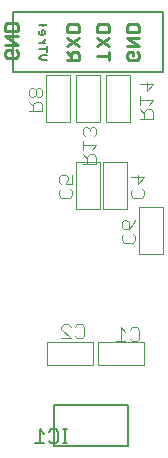
<source format=gbo>
G75*
%MOIN*%
%OFA0B0*%
%FSLAX25Y25*%
%IPPOS*%
%LPD*%
%AMOC8*
5,1,8,0,0,1.08239X$1,22.5*
%
%ADD10C,0.00900*%
%ADD11C,0.00600*%
%ADD12C,0.00200*%
%ADD13C,0.00400*%
%ADD14C,0.00500*%
D10*
X0022240Y0145450D02*
X0021557Y0146134D01*
X0021557Y0147502D01*
X0022240Y0148186D01*
X0023608Y0148186D01*
X0023608Y0146818D01*
X0024976Y0145450D02*
X0022240Y0145450D01*
X0021557Y0150054D02*
X0025660Y0150054D01*
X0021557Y0152790D01*
X0025660Y0152790D01*
X0025660Y0154658D02*
X0025660Y0156710D01*
X0024976Y0157394D01*
X0022240Y0157394D01*
X0021557Y0156710D01*
X0021557Y0154658D01*
X0025660Y0154658D01*
X0024976Y0148186D02*
X0025660Y0147502D01*
X0025660Y0146134D01*
X0024976Y0145450D01*
X0042057Y0144950D02*
X0046160Y0144950D01*
X0046160Y0147002D01*
X0045476Y0147686D01*
X0044108Y0147686D01*
X0043424Y0147002D01*
X0043424Y0144950D01*
X0043424Y0146318D02*
X0042057Y0147686D01*
X0042057Y0149554D02*
X0046160Y0152290D01*
X0046160Y0154158D02*
X0046160Y0156210D01*
X0045476Y0156894D01*
X0042740Y0156894D01*
X0042057Y0156210D01*
X0042057Y0154158D01*
X0046160Y0154158D01*
X0042057Y0152290D02*
X0046160Y0149554D01*
X0052057Y0149554D02*
X0056160Y0152290D01*
X0056160Y0154158D02*
X0056160Y0156210D01*
X0055476Y0156894D01*
X0052740Y0156894D01*
X0052057Y0156210D01*
X0052057Y0154158D01*
X0056160Y0154158D01*
X0052057Y0152290D02*
X0056160Y0149554D01*
X0056160Y0147686D02*
X0056160Y0144950D01*
X0056160Y0146318D02*
X0052057Y0146318D01*
X0062057Y0145634D02*
X0062057Y0147002D01*
X0062740Y0147686D01*
X0064108Y0147686D01*
X0064108Y0146318D01*
X0065476Y0144950D02*
X0062740Y0144950D01*
X0062057Y0145634D01*
X0062057Y0149554D02*
X0066160Y0149554D01*
X0062057Y0152290D01*
X0066160Y0152290D01*
X0066160Y0154158D02*
X0066160Y0156210D01*
X0065476Y0156894D01*
X0062740Y0156894D01*
X0062057Y0156210D01*
X0062057Y0154158D01*
X0066160Y0154158D01*
X0065476Y0147686D02*
X0066160Y0147002D01*
X0066160Y0145634D01*
X0065476Y0144950D01*
D11*
X0035509Y0144800D02*
X0033774Y0144800D01*
X0032907Y0145667D01*
X0033774Y0146535D01*
X0035509Y0146535D01*
X0035509Y0147747D02*
X0035509Y0149481D01*
X0035509Y0148614D02*
X0032907Y0148614D01*
X0032907Y0150693D02*
X0034641Y0150693D01*
X0033774Y0150693D02*
X0034641Y0151560D01*
X0034641Y0151994D01*
X0034208Y0153148D02*
X0033340Y0153148D01*
X0032907Y0153582D01*
X0032907Y0154450D01*
X0033774Y0154883D02*
X0033774Y0153148D01*
X0034208Y0153148D02*
X0034641Y0153582D01*
X0034641Y0154450D01*
X0034208Y0154883D01*
X0033774Y0154883D01*
X0034208Y0156095D02*
X0034208Y0156962D01*
X0035075Y0156529D02*
X0035509Y0156962D01*
X0035075Y0156529D02*
X0032907Y0156529D01*
X0037807Y0029807D02*
X0062406Y0029807D01*
X0062406Y0016185D01*
X0037807Y0016185D01*
X0037807Y0029807D01*
D12*
X0035339Y0043130D02*
X0035339Y0050870D01*
X0050874Y0050870D01*
X0050874Y0043130D01*
X0035339Y0043130D01*
X0052339Y0043130D02*
X0052339Y0050870D01*
X0067874Y0050870D01*
X0067874Y0043130D01*
X0052339Y0043130D01*
X0066236Y0080232D02*
X0073977Y0080232D01*
X0073977Y0095768D01*
X0066236Y0095768D01*
X0066236Y0080232D01*
X0061977Y0095232D02*
X0054236Y0095232D01*
X0054236Y0110768D01*
X0061977Y0110768D01*
X0061977Y0095232D01*
X0052977Y0095232D02*
X0052977Y0110768D01*
X0045236Y0110768D01*
X0045236Y0095232D01*
X0052977Y0095232D01*
X0052977Y0124232D02*
X0045236Y0124232D01*
X0045236Y0139768D01*
X0052977Y0139768D01*
X0052977Y0124232D01*
X0055236Y0124232D02*
X0062977Y0124232D01*
X0062977Y0139768D01*
X0055236Y0139768D01*
X0055236Y0124232D01*
X0042977Y0124232D02*
X0035236Y0124232D01*
X0035236Y0139768D01*
X0042977Y0139768D01*
X0042977Y0124232D01*
D13*
X0047307Y0121898D02*
X0047307Y0120363D01*
X0048074Y0119596D01*
X0047307Y0118061D02*
X0047307Y0114992D01*
X0047307Y0113457D02*
X0048841Y0111923D01*
X0048841Y0112690D02*
X0048841Y0110388D01*
X0047307Y0110388D02*
X0051910Y0110388D01*
X0051910Y0112690D01*
X0051143Y0113457D01*
X0049608Y0113457D01*
X0048841Y0112690D01*
X0050376Y0114992D02*
X0051910Y0116527D01*
X0047307Y0116527D01*
X0049608Y0121131D02*
X0049608Y0121898D01*
X0048841Y0122665D01*
X0048074Y0122665D01*
X0047307Y0121898D01*
X0049608Y0121898D02*
X0050376Y0122665D01*
X0051143Y0122665D01*
X0051910Y0121898D01*
X0051910Y0120363D01*
X0051143Y0119596D01*
X0043910Y0106665D02*
X0043910Y0103596D01*
X0041608Y0103596D01*
X0042376Y0105131D01*
X0042376Y0105898D01*
X0041608Y0106665D01*
X0040074Y0106665D01*
X0039307Y0105898D01*
X0039307Y0104363D01*
X0040074Y0103596D01*
X0040074Y0102061D02*
X0039307Y0101294D01*
X0039307Y0099759D01*
X0040074Y0098992D01*
X0043143Y0098992D01*
X0043910Y0099759D01*
X0043910Y0101294D01*
X0043143Y0102061D01*
X0033910Y0127992D02*
X0029307Y0127992D01*
X0030841Y0127992D02*
X0030841Y0130294D01*
X0031608Y0131061D01*
X0033143Y0131061D01*
X0033910Y0130294D01*
X0033910Y0127992D01*
X0033143Y0132596D02*
X0032376Y0132596D01*
X0031608Y0133363D01*
X0031608Y0134898D01*
X0030841Y0135665D01*
X0030074Y0135665D01*
X0029307Y0134898D01*
X0029307Y0133363D01*
X0030074Y0132596D01*
X0030841Y0132596D01*
X0031608Y0133363D01*
X0031608Y0134898D02*
X0032376Y0135665D01*
X0033143Y0135665D01*
X0033910Y0134898D01*
X0033910Y0133363D01*
X0033143Y0132596D01*
X0030841Y0129527D02*
X0029307Y0131061D01*
X0061074Y0091665D02*
X0060307Y0090898D01*
X0060307Y0089363D01*
X0061074Y0088596D01*
X0062608Y0088596D01*
X0062608Y0090898D01*
X0061841Y0091665D01*
X0061074Y0091665D01*
X0064143Y0090131D02*
X0062608Y0088596D01*
X0061074Y0087061D02*
X0060307Y0086294D01*
X0060307Y0084759D01*
X0061074Y0083992D01*
X0064143Y0083992D01*
X0064910Y0084759D01*
X0064910Y0086294D01*
X0064143Y0087061D01*
X0064143Y0090131D02*
X0064910Y0091665D01*
X0064074Y0098992D02*
X0063307Y0099759D01*
X0063307Y0101294D01*
X0064074Y0102061D01*
X0065608Y0103596D02*
X0065608Y0106665D01*
X0063307Y0105898D02*
X0067910Y0105898D01*
X0065608Y0103596D01*
X0067143Y0102061D02*
X0067910Y0101294D01*
X0067910Y0099759D01*
X0067143Y0098992D01*
X0064074Y0098992D01*
X0066307Y0125388D02*
X0070910Y0125388D01*
X0070910Y0127690D01*
X0070143Y0128457D01*
X0068608Y0128457D01*
X0067841Y0127690D01*
X0067841Y0125388D01*
X0067841Y0126923D02*
X0066307Y0128457D01*
X0066307Y0129992D02*
X0066307Y0133061D01*
X0066307Y0131527D02*
X0070910Y0131527D01*
X0069376Y0129992D01*
X0068608Y0134596D02*
X0068608Y0137665D01*
X0066307Y0136898D02*
X0070910Y0136898D01*
X0068608Y0134596D01*
X0065347Y0055804D02*
X0063812Y0055804D01*
X0063045Y0055037D01*
X0061510Y0054269D02*
X0059976Y0055804D01*
X0059976Y0051200D01*
X0061510Y0051200D02*
X0058441Y0051200D01*
X0063045Y0051967D02*
X0063812Y0051200D01*
X0065347Y0051200D01*
X0066114Y0051967D01*
X0066114Y0055037D01*
X0065347Y0055804D01*
X0047907Y0056037D02*
X0047907Y0052967D01*
X0047139Y0052200D01*
X0045605Y0052200D01*
X0044837Y0052967D01*
X0043303Y0052200D02*
X0040233Y0055269D01*
X0040233Y0056037D01*
X0041001Y0056804D01*
X0042535Y0056804D01*
X0043303Y0056037D01*
X0044837Y0056037D02*
X0045605Y0056804D01*
X0047139Y0056804D01*
X0047907Y0056037D01*
X0043303Y0052200D02*
X0040233Y0052200D01*
D14*
X0034460Y0017250D02*
X0031458Y0017250D01*
X0032959Y0017250D02*
X0032959Y0021754D01*
X0034460Y0020253D01*
X0036062Y0021003D02*
X0036812Y0021754D01*
X0038314Y0021754D01*
X0039064Y0021003D01*
X0039064Y0018001D01*
X0038314Y0017250D01*
X0036812Y0017250D01*
X0036062Y0018001D01*
X0040632Y0017250D02*
X0042134Y0017250D01*
X0041383Y0017250D02*
X0041383Y0021754D01*
X0042134Y0021754D02*
X0040632Y0021754D01*
X0024107Y0141000D02*
X0024107Y0161000D01*
X0074107Y0161000D01*
X0074107Y0141000D01*
X0024107Y0141000D01*
M02*

</source>
